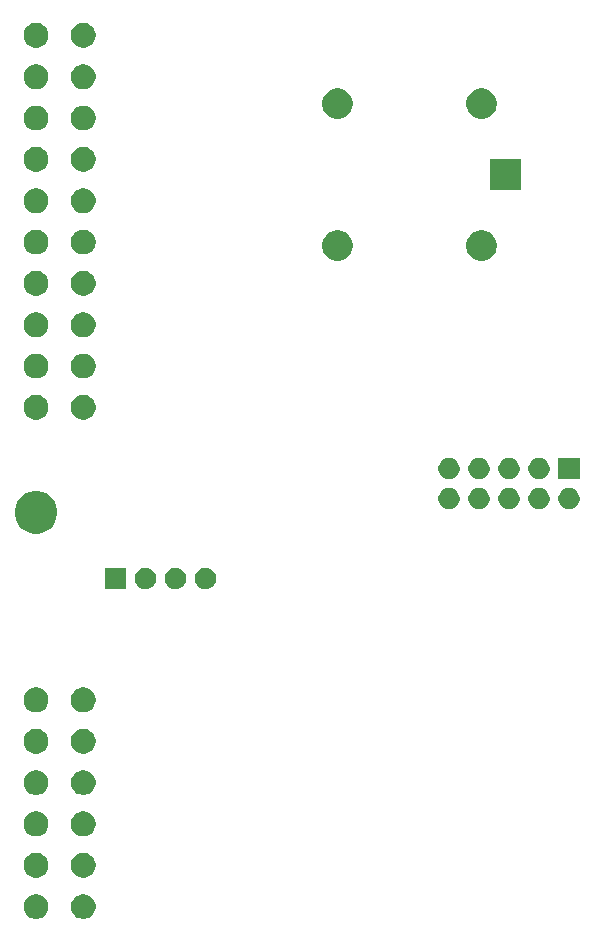
<source format=gbr>
G04 #@! TF.GenerationSoftware,KiCad,Pcbnew,(5.1.5)-3*
G04 #@! TF.CreationDate,2020-05-03T19:08:43+01:00*
G04 #@! TF.ProjectId,Isolator CAN SMT v2,49736f6c-6174-46f7-9220-43414e20534d,rev?*
G04 #@! TF.SameCoordinates,Original*
G04 #@! TF.FileFunction,Soldermask,Bot*
G04 #@! TF.FilePolarity,Negative*
%FSLAX46Y46*%
G04 Gerber Fmt 4.6, Leading zero omitted, Abs format (unit mm)*
G04 Created by KiCad (PCBNEW (5.1.5)-3) date 2020-05-03 19:08:43*
%MOMM*%
%LPD*%
G04 APERTURE LIST*
%ADD10C,0.100000*%
G04 APERTURE END LIST*
D10*
G36*
X112386564Y-132369389D02*
G01*
X112577833Y-132448615D01*
X112577835Y-132448616D01*
X112749973Y-132563635D01*
X112896365Y-132710027D01*
X113011385Y-132882167D01*
X113090611Y-133073436D01*
X113131000Y-133276484D01*
X113131000Y-133483516D01*
X113090611Y-133686564D01*
X113011385Y-133877833D01*
X113011384Y-133877835D01*
X112896365Y-134049973D01*
X112749973Y-134196365D01*
X112577835Y-134311384D01*
X112577834Y-134311385D01*
X112577833Y-134311385D01*
X112386564Y-134390611D01*
X112183516Y-134431000D01*
X111976484Y-134431000D01*
X111773436Y-134390611D01*
X111582167Y-134311385D01*
X111582166Y-134311385D01*
X111582165Y-134311384D01*
X111410027Y-134196365D01*
X111263635Y-134049973D01*
X111148616Y-133877835D01*
X111148615Y-133877833D01*
X111069389Y-133686564D01*
X111029000Y-133483516D01*
X111029000Y-133276484D01*
X111069389Y-133073436D01*
X111148615Y-132882167D01*
X111263635Y-132710027D01*
X111410027Y-132563635D01*
X111582165Y-132448616D01*
X111582167Y-132448615D01*
X111773436Y-132369389D01*
X111976484Y-132329000D01*
X112183516Y-132329000D01*
X112386564Y-132369389D01*
G37*
G36*
X108386564Y-132369389D02*
G01*
X108577833Y-132448615D01*
X108577835Y-132448616D01*
X108749973Y-132563635D01*
X108896365Y-132710027D01*
X109011385Y-132882167D01*
X109090611Y-133073436D01*
X109131000Y-133276484D01*
X109131000Y-133483516D01*
X109090611Y-133686564D01*
X109011385Y-133877833D01*
X109011384Y-133877835D01*
X108896365Y-134049973D01*
X108749973Y-134196365D01*
X108577835Y-134311384D01*
X108577834Y-134311385D01*
X108577833Y-134311385D01*
X108386564Y-134390611D01*
X108183516Y-134431000D01*
X107976484Y-134431000D01*
X107773436Y-134390611D01*
X107582167Y-134311385D01*
X107582166Y-134311385D01*
X107582165Y-134311384D01*
X107410027Y-134196365D01*
X107263635Y-134049973D01*
X107148616Y-133877835D01*
X107148615Y-133877833D01*
X107069389Y-133686564D01*
X107029000Y-133483516D01*
X107029000Y-133276484D01*
X107069389Y-133073436D01*
X107148615Y-132882167D01*
X107263635Y-132710027D01*
X107410027Y-132563635D01*
X107582165Y-132448616D01*
X107582167Y-132448615D01*
X107773436Y-132369389D01*
X107976484Y-132329000D01*
X108183516Y-132329000D01*
X108386564Y-132369389D01*
G37*
G36*
X112386564Y-128869389D02*
G01*
X112577833Y-128948615D01*
X112577835Y-128948616D01*
X112749973Y-129063635D01*
X112896365Y-129210027D01*
X113011385Y-129382167D01*
X113090611Y-129573436D01*
X113131000Y-129776484D01*
X113131000Y-129983516D01*
X113090611Y-130186564D01*
X113011385Y-130377833D01*
X113011384Y-130377835D01*
X112896365Y-130549973D01*
X112749973Y-130696365D01*
X112577835Y-130811384D01*
X112577834Y-130811385D01*
X112577833Y-130811385D01*
X112386564Y-130890611D01*
X112183516Y-130931000D01*
X111976484Y-130931000D01*
X111773436Y-130890611D01*
X111582167Y-130811385D01*
X111582166Y-130811385D01*
X111582165Y-130811384D01*
X111410027Y-130696365D01*
X111263635Y-130549973D01*
X111148616Y-130377835D01*
X111148615Y-130377833D01*
X111069389Y-130186564D01*
X111029000Y-129983516D01*
X111029000Y-129776484D01*
X111069389Y-129573436D01*
X111148615Y-129382167D01*
X111263635Y-129210027D01*
X111410027Y-129063635D01*
X111582165Y-128948616D01*
X111582167Y-128948615D01*
X111773436Y-128869389D01*
X111976484Y-128829000D01*
X112183516Y-128829000D01*
X112386564Y-128869389D01*
G37*
G36*
X108386564Y-128869389D02*
G01*
X108577833Y-128948615D01*
X108577835Y-128948616D01*
X108749973Y-129063635D01*
X108896365Y-129210027D01*
X109011385Y-129382167D01*
X109090611Y-129573436D01*
X109131000Y-129776484D01*
X109131000Y-129983516D01*
X109090611Y-130186564D01*
X109011385Y-130377833D01*
X109011384Y-130377835D01*
X108896365Y-130549973D01*
X108749973Y-130696365D01*
X108577835Y-130811384D01*
X108577834Y-130811385D01*
X108577833Y-130811385D01*
X108386564Y-130890611D01*
X108183516Y-130931000D01*
X107976484Y-130931000D01*
X107773436Y-130890611D01*
X107582167Y-130811385D01*
X107582166Y-130811385D01*
X107582165Y-130811384D01*
X107410027Y-130696365D01*
X107263635Y-130549973D01*
X107148616Y-130377835D01*
X107148615Y-130377833D01*
X107069389Y-130186564D01*
X107029000Y-129983516D01*
X107029000Y-129776484D01*
X107069389Y-129573436D01*
X107148615Y-129382167D01*
X107263635Y-129210027D01*
X107410027Y-129063635D01*
X107582165Y-128948616D01*
X107582167Y-128948615D01*
X107773436Y-128869389D01*
X107976484Y-128829000D01*
X108183516Y-128829000D01*
X108386564Y-128869389D01*
G37*
G36*
X108386564Y-125369389D02*
G01*
X108577833Y-125448615D01*
X108577835Y-125448616D01*
X108749973Y-125563635D01*
X108896365Y-125710027D01*
X109011385Y-125882167D01*
X109090611Y-126073436D01*
X109131000Y-126276484D01*
X109131000Y-126483516D01*
X109090611Y-126686564D01*
X109011385Y-126877833D01*
X109011384Y-126877835D01*
X108896365Y-127049973D01*
X108749973Y-127196365D01*
X108577835Y-127311384D01*
X108577834Y-127311385D01*
X108577833Y-127311385D01*
X108386564Y-127390611D01*
X108183516Y-127431000D01*
X107976484Y-127431000D01*
X107773436Y-127390611D01*
X107582167Y-127311385D01*
X107582166Y-127311385D01*
X107582165Y-127311384D01*
X107410027Y-127196365D01*
X107263635Y-127049973D01*
X107148616Y-126877835D01*
X107148615Y-126877833D01*
X107069389Y-126686564D01*
X107029000Y-126483516D01*
X107029000Y-126276484D01*
X107069389Y-126073436D01*
X107148615Y-125882167D01*
X107263635Y-125710027D01*
X107410027Y-125563635D01*
X107582165Y-125448616D01*
X107582167Y-125448615D01*
X107773436Y-125369389D01*
X107976484Y-125329000D01*
X108183516Y-125329000D01*
X108386564Y-125369389D01*
G37*
G36*
X112386564Y-125369389D02*
G01*
X112577833Y-125448615D01*
X112577835Y-125448616D01*
X112749973Y-125563635D01*
X112896365Y-125710027D01*
X113011385Y-125882167D01*
X113090611Y-126073436D01*
X113131000Y-126276484D01*
X113131000Y-126483516D01*
X113090611Y-126686564D01*
X113011385Y-126877833D01*
X113011384Y-126877835D01*
X112896365Y-127049973D01*
X112749973Y-127196365D01*
X112577835Y-127311384D01*
X112577834Y-127311385D01*
X112577833Y-127311385D01*
X112386564Y-127390611D01*
X112183516Y-127431000D01*
X111976484Y-127431000D01*
X111773436Y-127390611D01*
X111582167Y-127311385D01*
X111582166Y-127311385D01*
X111582165Y-127311384D01*
X111410027Y-127196365D01*
X111263635Y-127049973D01*
X111148616Y-126877835D01*
X111148615Y-126877833D01*
X111069389Y-126686564D01*
X111029000Y-126483516D01*
X111029000Y-126276484D01*
X111069389Y-126073436D01*
X111148615Y-125882167D01*
X111263635Y-125710027D01*
X111410027Y-125563635D01*
X111582165Y-125448616D01*
X111582167Y-125448615D01*
X111773436Y-125369389D01*
X111976484Y-125329000D01*
X112183516Y-125329000D01*
X112386564Y-125369389D01*
G37*
G36*
X108386564Y-121869389D02*
G01*
X108577833Y-121948615D01*
X108577835Y-121948616D01*
X108749973Y-122063635D01*
X108896365Y-122210027D01*
X109011385Y-122382167D01*
X109090611Y-122573436D01*
X109131000Y-122776484D01*
X109131000Y-122983516D01*
X109090611Y-123186564D01*
X109011385Y-123377833D01*
X109011384Y-123377835D01*
X108896365Y-123549973D01*
X108749973Y-123696365D01*
X108577835Y-123811384D01*
X108577834Y-123811385D01*
X108577833Y-123811385D01*
X108386564Y-123890611D01*
X108183516Y-123931000D01*
X107976484Y-123931000D01*
X107773436Y-123890611D01*
X107582167Y-123811385D01*
X107582166Y-123811385D01*
X107582165Y-123811384D01*
X107410027Y-123696365D01*
X107263635Y-123549973D01*
X107148616Y-123377835D01*
X107148615Y-123377833D01*
X107069389Y-123186564D01*
X107029000Y-122983516D01*
X107029000Y-122776484D01*
X107069389Y-122573436D01*
X107148615Y-122382167D01*
X107263635Y-122210027D01*
X107410027Y-122063635D01*
X107582165Y-121948616D01*
X107582167Y-121948615D01*
X107773436Y-121869389D01*
X107976484Y-121829000D01*
X108183516Y-121829000D01*
X108386564Y-121869389D01*
G37*
G36*
X112386564Y-121869389D02*
G01*
X112577833Y-121948615D01*
X112577835Y-121948616D01*
X112749973Y-122063635D01*
X112896365Y-122210027D01*
X113011385Y-122382167D01*
X113090611Y-122573436D01*
X113131000Y-122776484D01*
X113131000Y-122983516D01*
X113090611Y-123186564D01*
X113011385Y-123377833D01*
X113011384Y-123377835D01*
X112896365Y-123549973D01*
X112749973Y-123696365D01*
X112577835Y-123811384D01*
X112577834Y-123811385D01*
X112577833Y-123811385D01*
X112386564Y-123890611D01*
X112183516Y-123931000D01*
X111976484Y-123931000D01*
X111773436Y-123890611D01*
X111582167Y-123811385D01*
X111582166Y-123811385D01*
X111582165Y-123811384D01*
X111410027Y-123696365D01*
X111263635Y-123549973D01*
X111148616Y-123377835D01*
X111148615Y-123377833D01*
X111069389Y-123186564D01*
X111029000Y-122983516D01*
X111029000Y-122776484D01*
X111069389Y-122573436D01*
X111148615Y-122382167D01*
X111263635Y-122210027D01*
X111410027Y-122063635D01*
X111582165Y-121948616D01*
X111582167Y-121948615D01*
X111773436Y-121869389D01*
X111976484Y-121829000D01*
X112183516Y-121829000D01*
X112386564Y-121869389D01*
G37*
G36*
X108386564Y-118369389D02*
G01*
X108577833Y-118448615D01*
X108577835Y-118448616D01*
X108749973Y-118563635D01*
X108896365Y-118710027D01*
X109011385Y-118882167D01*
X109090611Y-119073436D01*
X109131000Y-119276484D01*
X109131000Y-119483516D01*
X109090611Y-119686564D01*
X109011385Y-119877833D01*
X109011384Y-119877835D01*
X108896365Y-120049973D01*
X108749973Y-120196365D01*
X108577835Y-120311384D01*
X108577834Y-120311385D01*
X108577833Y-120311385D01*
X108386564Y-120390611D01*
X108183516Y-120431000D01*
X107976484Y-120431000D01*
X107773436Y-120390611D01*
X107582167Y-120311385D01*
X107582166Y-120311385D01*
X107582165Y-120311384D01*
X107410027Y-120196365D01*
X107263635Y-120049973D01*
X107148616Y-119877835D01*
X107148615Y-119877833D01*
X107069389Y-119686564D01*
X107029000Y-119483516D01*
X107029000Y-119276484D01*
X107069389Y-119073436D01*
X107148615Y-118882167D01*
X107263635Y-118710027D01*
X107410027Y-118563635D01*
X107582165Y-118448616D01*
X107582167Y-118448615D01*
X107773436Y-118369389D01*
X107976484Y-118329000D01*
X108183516Y-118329000D01*
X108386564Y-118369389D01*
G37*
G36*
X112386564Y-118369389D02*
G01*
X112577833Y-118448615D01*
X112577835Y-118448616D01*
X112749973Y-118563635D01*
X112896365Y-118710027D01*
X113011385Y-118882167D01*
X113090611Y-119073436D01*
X113131000Y-119276484D01*
X113131000Y-119483516D01*
X113090611Y-119686564D01*
X113011385Y-119877833D01*
X113011384Y-119877835D01*
X112896365Y-120049973D01*
X112749973Y-120196365D01*
X112577835Y-120311384D01*
X112577834Y-120311385D01*
X112577833Y-120311385D01*
X112386564Y-120390611D01*
X112183516Y-120431000D01*
X111976484Y-120431000D01*
X111773436Y-120390611D01*
X111582167Y-120311385D01*
X111582166Y-120311385D01*
X111582165Y-120311384D01*
X111410027Y-120196365D01*
X111263635Y-120049973D01*
X111148616Y-119877835D01*
X111148615Y-119877833D01*
X111069389Y-119686564D01*
X111029000Y-119483516D01*
X111029000Y-119276484D01*
X111069389Y-119073436D01*
X111148615Y-118882167D01*
X111263635Y-118710027D01*
X111410027Y-118563635D01*
X111582165Y-118448616D01*
X111582167Y-118448615D01*
X111773436Y-118369389D01*
X111976484Y-118329000D01*
X112183516Y-118329000D01*
X112386564Y-118369389D01*
G37*
G36*
X108386564Y-114869389D02*
G01*
X108577833Y-114948615D01*
X108577835Y-114948616D01*
X108749973Y-115063635D01*
X108896365Y-115210027D01*
X109011385Y-115382167D01*
X109090611Y-115573436D01*
X109131000Y-115776484D01*
X109131000Y-115983516D01*
X109090611Y-116186564D01*
X109011385Y-116377833D01*
X109011384Y-116377835D01*
X108896365Y-116549973D01*
X108749973Y-116696365D01*
X108577835Y-116811384D01*
X108577834Y-116811385D01*
X108577833Y-116811385D01*
X108386564Y-116890611D01*
X108183516Y-116931000D01*
X107976484Y-116931000D01*
X107773436Y-116890611D01*
X107582167Y-116811385D01*
X107582166Y-116811385D01*
X107582165Y-116811384D01*
X107410027Y-116696365D01*
X107263635Y-116549973D01*
X107148616Y-116377835D01*
X107148615Y-116377833D01*
X107069389Y-116186564D01*
X107029000Y-115983516D01*
X107029000Y-115776484D01*
X107069389Y-115573436D01*
X107148615Y-115382167D01*
X107263635Y-115210027D01*
X107410027Y-115063635D01*
X107582165Y-114948616D01*
X107582167Y-114948615D01*
X107773436Y-114869389D01*
X107976484Y-114829000D01*
X108183516Y-114829000D01*
X108386564Y-114869389D01*
G37*
G36*
X112386564Y-114869389D02*
G01*
X112577833Y-114948615D01*
X112577835Y-114948616D01*
X112749973Y-115063635D01*
X112896365Y-115210027D01*
X113011385Y-115382167D01*
X113090611Y-115573436D01*
X113131000Y-115776484D01*
X113131000Y-115983516D01*
X113090611Y-116186564D01*
X113011385Y-116377833D01*
X113011384Y-116377835D01*
X112896365Y-116549973D01*
X112749973Y-116696365D01*
X112577835Y-116811384D01*
X112577834Y-116811385D01*
X112577833Y-116811385D01*
X112386564Y-116890611D01*
X112183516Y-116931000D01*
X111976484Y-116931000D01*
X111773436Y-116890611D01*
X111582167Y-116811385D01*
X111582166Y-116811385D01*
X111582165Y-116811384D01*
X111410027Y-116696365D01*
X111263635Y-116549973D01*
X111148616Y-116377835D01*
X111148615Y-116377833D01*
X111069389Y-116186564D01*
X111029000Y-115983516D01*
X111029000Y-115776484D01*
X111069389Y-115573436D01*
X111148615Y-115382167D01*
X111263635Y-115210027D01*
X111410027Y-115063635D01*
X111582165Y-114948616D01*
X111582167Y-114948615D01*
X111773436Y-114869389D01*
X111976484Y-114829000D01*
X112183516Y-114829000D01*
X112386564Y-114869389D01*
G37*
G36*
X119993512Y-104703927D02*
G01*
X120142812Y-104733624D01*
X120306784Y-104801544D01*
X120454354Y-104900147D01*
X120579853Y-105025646D01*
X120678456Y-105173216D01*
X120746376Y-105337188D01*
X120781000Y-105511259D01*
X120781000Y-105688741D01*
X120746376Y-105862812D01*
X120678456Y-106026784D01*
X120579853Y-106174354D01*
X120454354Y-106299853D01*
X120306784Y-106398456D01*
X120142812Y-106466376D01*
X119993512Y-106496073D01*
X119968742Y-106501000D01*
X119791258Y-106501000D01*
X119766488Y-106496073D01*
X119617188Y-106466376D01*
X119453216Y-106398456D01*
X119305646Y-106299853D01*
X119180147Y-106174354D01*
X119081544Y-106026784D01*
X119013624Y-105862812D01*
X118979000Y-105688741D01*
X118979000Y-105511259D01*
X119013624Y-105337188D01*
X119081544Y-105173216D01*
X119180147Y-105025646D01*
X119305646Y-104900147D01*
X119453216Y-104801544D01*
X119617188Y-104733624D01*
X119766488Y-104703927D01*
X119791258Y-104699000D01*
X119968742Y-104699000D01*
X119993512Y-104703927D01*
G37*
G36*
X115701000Y-106501000D02*
G01*
X113899000Y-106501000D01*
X113899000Y-104699000D01*
X115701000Y-104699000D01*
X115701000Y-106501000D01*
G37*
G36*
X117453512Y-104703927D02*
G01*
X117602812Y-104733624D01*
X117766784Y-104801544D01*
X117914354Y-104900147D01*
X118039853Y-105025646D01*
X118138456Y-105173216D01*
X118206376Y-105337188D01*
X118241000Y-105511259D01*
X118241000Y-105688741D01*
X118206376Y-105862812D01*
X118138456Y-106026784D01*
X118039853Y-106174354D01*
X117914354Y-106299853D01*
X117766784Y-106398456D01*
X117602812Y-106466376D01*
X117453512Y-106496073D01*
X117428742Y-106501000D01*
X117251258Y-106501000D01*
X117226488Y-106496073D01*
X117077188Y-106466376D01*
X116913216Y-106398456D01*
X116765646Y-106299853D01*
X116640147Y-106174354D01*
X116541544Y-106026784D01*
X116473624Y-105862812D01*
X116439000Y-105688741D01*
X116439000Y-105511259D01*
X116473624Y-105337188D01*
X116541544Y-105173216D01*
X116640147Y-105025646D01*
X116765646Y-104900147D01*
X116913216Y-104801544D01*
X117077188Y-104733624D01*
X117226488Y-104703927D01*
X117251258Y-104699000D01*
X117428742Y-104699000D01*
X117453512Y-104703927D01*
G37*
G36*
X122533512Y-104703927D02*
G01*
X122682812Y-104733624D01*
X122846784Y-104801544D01*
X122994354Y-104900147D01*
X123119853Y-105025646D01*
X123218456Y-105173216D01*
X123286376Y-105337188D01*
X123321000Y-105511259D01*
X123321000Y-105688741D01*
X123286376Y-105862812D01*
X123218456Y-106026784D01*
X123119853Y-106174354D01*
X122994354Y-106299853D01*
X122846784Y-106398456D01*
X122682812Y-106466376D01*
X122533512Y-106496073D01*
X122508742Y-106501000D01*
X122331258Y-106501000D01*
X122306488Y-106496073D01*
X122157188Y-106466376D01*
X121993216Y-106398456D01*
X121845646Y-106299853D01*
X121720147Y-106174354D01*
X121621544Y-106026784D01*
X121553624Y-105862812D01*
X121519000Y-105688741D01*
X121519000Y-105511259D01*
X121553624Y-105337188D01*
X121621544Y-105173216D01*
X121720147Y-105025646D01*
X121845646Y-104900147D01*
X121993216Y-104801544D01*
X122157188Y-104733624D01*
X122306488Y-104703927D01*
X122331258Y-104699000D01*
X122508742Y-104699000D01*
X122533512Y-104703927D01*
G37*
G36*
X108605331Y-98268211D02*
G01*
X108933092Y-98403974D01*
X109228070Y-98601072D01*
X109478928Y-98851930D01*
X109676026Y-99146908D01*
X109811789Y-99474669D01*
X109881000Y-99822616D01*
X109881000Y-100177384D01*
X109811789Y-100525331D01*
X109676026Y-100853092D01*
X109478928Y-101148070D01*
X109228070Y-101398928D01*
X108933092Y-101596026D01*
X108605331Y-101731789D01*
X108257384Y-101801000D01*
X107902616Y-101801000D01*
X107554669Y-101731789D01*
X107226908Y-101596026D01*
X106931930Y-101398928D01*
X106681072Y-101148070D01*
X106483974Y-100853092D01*
X106348211Y-100525331D01*
X106279000Y-100177384D01*
X106279000Y-99822616D01*
X106348211Y-99474669D01*
X106483974Y-99146908D01*
X106681072Y-98851930D01*
X106931930Y-98601072D01*
X107226908Y-98403974D01*
X107554669Y-98268211D01*
X107902616Y-98199000D01*
X108257384Y-98199000D01*
X108605331Y-98268211D01*
G37*
G36*
X143153512Y-97943927D02*
G01*
X143302812Y-97973624D01*
X143466784Y-98041544D01*
X143614354Y-98140147D01*
X143739853Y-98265646D01*
X143838456Y-98413216D01*
X143906376Y-98577188D01*
X143941000Y-98751259D01*
X143941000Y-98928741D01*
X143906376Y-99102812D01*
X143838456Y-99266784D01*
X143739853Y-99414354D01*
X143614354Y-99539853D01*
X143466784Y-99638456D01*
X143302812Y-99706376D01*
X143153512Y-99736073D01*
X143128742Y-99741000D01*
X142951258Y-99741000D01*
X142926488Y-99736073D01*
X142777188Y-99706376D01*
X142613216Y-99638456D01*
X142465646Y-99539853D01*
X142340147Y-99414354D01*
X142241544Y-99266784D01*
X142173624Y-99102812D01*
X142139000Y-98928741D01*
X142139000Y-98751259D01*
X142173624Y-98577188D01*
X142241544Y-98413216D01*
X142340147Y-98265646D01*
X142465646Y-98140147D01*
X142613216Y-98041544D01*
X142777188Y-97973624D01*
X142926488Y-97943927D01*
X142951258Y-97939000D01*
X143128742Y-97939000D01*
X143153512Y-97943927D01*
G37*
G36*
X145693512Y-97943927D02*
G01*
X145842812Y-97973624D01*
X146006784Y-98041544D01*
X146154354Y-98140147D01*
X146279853Y-98265646D01*
X146378456Y-98413216D01*
X146446376Y-98577188D01*
X146481000Y-98751259D01*
X146481000Y-98928741D01*
X146446376Y-99102812D01*
X146378456Y-99266784D01*
X146279853Y-99414354D01*
X146154354Y-99539853D01*
X146006784Y-99638456D01*
X145842812Y-99706376D01*
X145693512Y-99736073D01*
X145668742Y-99741000D01*
X145491258Y-99741000D01*
X145466488Y-99736073D01*
X145317188Y-99706376D01*
X145153216Y-99638456D01*
X145005646Y-99539853D01*
X144880147Y-99414354D01*
X144781544Y-99266784D01*
X144713624Y-99102812D01*
X144679000Y-98928741D01*
X144679000Y-98751259D01*
X144713624Y-98577188D01*
X144781544Y-98413216D01*
X144880147Y-98265646D01*
X145005646Y-98140147D01*
X145153216Y-98041544D01*
X145317188Y-97973624D01*
X145466488Y-97943927D01*
X145491258Y-97939000D01*
X145668742Y-97939000D01*
X145693512Y-97943927D01*
G37*
G36*
X148233512Y-97943927D02*
G01*
X148382812Y-97973624D01*
X148546784Y-98041544D01*
X148694354Y-98140147D01*
X148819853Y-98265646D01*
X148918456Y-98413216D01*
X148986376Y-98577188D01*
X149021000Y-98751259D01*
X149021000Y-98928741D01*
X148986376Y-99102812D01*
X148918456Y-99266784D01*
X148819853Y-99414354D01*
X148694354Y-99539853D01*
X148546784Y-99638456D01*
X148382812Y-99706376D01*
X148233512Y-99736073D01*
X148208742Y-99741000D01*
X148031258Y-99741000D01*
X148006488Y-99736073D01*
X147857188Y-99706376D01*
X147693216Y-99638456D01*
X147545646Y-99539853D01*
X147420147Y-99414354D01*
X147321544Y-99266784D01*
X147253624Y-99102812D01*
X147219000Y-98928741D01*
X147219000Y-98751259D01*
X147253624Y-98577188D01*
X147321544Y-98413216D01*
X147420147Y-98265646D01*
X147545646Y-98140147D01*
X147693216Y-98041544D01*
X147857188Y-97973624D01*
X148006488Y-97943927D01*
X148031258Y-97939000D01*
X148208742Y-97939000D01*
X148233512Y-97943927D01*
G37*
G36*
X150773512Y-97943927D02*
G01*
X150922812Y-97973624D01*
X151086784Y-98041544D01*
X151234354Y-98140147D01*
X151359853Y-98265646D01*
X151458456Y-98413216D01*
X151526376Y-98577188D01*
X151561000Y-98751259D01*
X151561000Y-98928741D01*
X151526376Y-99102812D01*
X151458456Y-99266784D01*
X151359853Y-99414354D01*
X151234354Y-99539853D01*
X151086784Y-99638456D01*
X150922812Y-99706376D01*
X150773512Y-99736073D01*
X150748742Y-99741000D01*
X150571258Y-99741000D01*
X150546488Y-99736073D01*
X150397188Y-99706376D01*
X150233216Y-99638456D01*
X150085646Y-99539853D01*
X149960147Y-99414354D01*
X149861544Y-99266784D01*
X149793624Y-99102812D01*
X149759000Y-98928741D01*
X149759000Y-98751259D01*
X149793624Y-98577188D01*
X149861544Y-98413216D01*
X149960147Y-98265646D01*
X150085646Y-98140147D01*
X150233216Y-98041544D01*
X150397188Y-97973624D01*
X150546488Y-97943927D01*
X150571258Y-97939000D01*
X150748742Y-97939000D01*
X150773512Y-97943927D01*
G37*
G36*
X153313512Y-97943927D02*
G01*
X153462812Y-97973624D01*
X153626784Y-98041544D01*
X153774354Y-98140147D01*
X153899853Y-98265646D01*
X153998456Y-98413216D01*
X154066376Y-98577188D01*
X154101000Y-98751259D01*
X154101000Y-98928741D01*
X154066376Y-99102812D01*
X153998456Y-99266784D01*
X153899853Y-99414354D01*
X153774354Y-99539853D01*
X153626784Y-99638456D01*
X153462812Y-99706376D01*
X153313512Y-99736073D01*
X153288742Y-99741000D01*
X153111258Y-99741000D01*
X153086488Y-99736073D01*
X152937188Y-99706376D01*
X152773216Y-99638456D01*
X152625646Y-99539853D01*
X152500147Y-99414354D01*
X152401544Y-99266784D01*
X152333624Y-99102812D01*
X152299000Y-98928741D01*
X152299000Y-98751259D01*
X152333624Y-98577188D01*
X152401544Y-98413216D01*
X152500147Y-98265646D01*
X152625646Y-98140147D01*
X152773216Y-98041544D01*
X152937188Y-97973624D01*
X153086488Y-97943927D01*
X153111258Y-97939000D01*
X153288742Y-97939000D01*
X153313512Y-97943927D01*
G37*
G36*
X150773512Y-95403927D02*
G01*
X150922812Y-95433624D01*
X151086784Y-95501544D01*
X151234354Y-95600147D01*
X151359853Y-95725646D01*
X151458456Y-95873216D01*
X151526376Y-96037188D01*
X151561000Y-96211259D01*
X151561000Y-96388741D01*
X151526376Y-96562812D01*
X151458456Y-96726784D01*
X151359853Y-96874354D01*
X151234354Y-96999853D01*
X151086784Y-97098456D01*
X150922812Y-97166376D01*
X150773512Y-97196073D01*
X150748742Y-97201000D01*
X150571258Y-97201000D01*
X150546488Y-97196073D01*
X150397188Y-97166376D01*
X150233216Y-97098456D01*
X150085646Y-96999853D01*
X149960147Y-96874354D01*
X149861544Y-96726784D01*
X149793624Y-96562812D01*
X149759000Y-96388741D01*
X149759000Y-96211259D01*
X149793624Y-96037188D01*
X149861544Y-95873216D01*
X149960147Y-95725646D01*
X150085646Y-95600147D01*
X150233216Y-95501544D01*
X150397188Y-95433624D01*
X150546488Y-95403927D01*
X150571258Y-95399000D01*
X150748742Y-95399000D01*
X150773512Y-95403927D01*
G37*
G36*
X148233512Y-95403927D02*
G01*
X148382812Y-95433624D01*
X148546784Y-95501544D01*
X148694354Y-95600147D01*
X148819853Y-95725646D01*
X148918456Y-95873216D01*
X148986376Y-96037188D01*
X149021000Y-96211259D01*
X149021000Y-96388741D01*
X148986376Y-96562812D01*
X148918456Y-96726784D01*
X148819853Y-96874354D01*
X148694354Y-96999853D01*
X148546784Y-97098456D01*
X148382812Y-97166376D01*
X148233512Y-97196073D01*
X148208742Y-97201000D01*
X148031258Y-97201000D01*
X148006488Y-97196073D01*
X147857188Y-97166376D01*
X147693216Y-97098456D01*
X147545646Y-96999853D01*
X147420147Y-96874354D01*
X147321544Y-96726784D01*
X147253624Y-96562812D01*
X147219000Y-96388741D01*
X147219000Y-96211259D01*
X147253624Y-96037188D01*
X147321544Y-95873216D01*
X147420147Y-95725646D01*
X147545646Y-95600147D01*
X147693216Y-95501544D01*
X147857188Y-95433624D01*
X148006488Y-95403927D01*
X148031258Y-95399000D01*
X148208742Y-95399000D01*
X148233512Y-95403927D01*
G37*
G36*
X143153512Y-95403927D02*
G01*
X143302812Y-95433624D01*
X143466784Y-95501544D01*
X143614354Y-95600147D01*
X143739853Y-95725646D01*
X143838456Y-95873216D01*
X143906376Y-96037188D01*
X143941000Y-96211259D01*
X143941000Y-96388741D01*
X143906376Y-96562812D01*
X143838456Y-96726784D01*
X143739853Y-96874354D01*
X143614354Y-96999853D01*
X143466784Y-97098456D01*
X143302812Y-97166376D01*
X143153512Y-97196073D01*
X143128742Y-97201000D01*
X142951258Y-97201000D01*
X142926488Y-97196073D01*
X142777188Y-97166376D01*
X142613216Y-97098456D01*
X142465646Y-96999853D01*
X142340147Y-96874354D01*
X142241544Y-96726784D01*
X142173624Y-96562812D01*
X142139000Y-96388741D01*
X142139000Y-96211259D01*
X142173624Y-96037188D01*
X142241544Y-95873216D01*
X142340147Y-95725646D01*
X142465646Y-95600147D01*
X142613216Y-95501544D01*
X142777188Y-95433624D01*
X142926488Y-95403927D01*
X142951258Y-95399000D01*
X143128742Y-95399000D01*
X143153512Y-95403927D01*
G37*
G36*
X154101000Y-97201000D02*
G01*
X152299000Y-97201000D01*
X152299000Y-95399000D01*
X154101000Y-95399000D01*
X154101000Y-97201000D01*
G37*
G36*
X145693512Y-95403927D02*
G01*
X145842812Y-95433624D01*
X146006784Y-95501544D01*
X146154354Y-95600147D01*
X146279853Y-95725646D01*
X146378456Y-95873216D01*
X146446376Y-96037188D01*
X146481000Y-96211259D01*
X146481000Y-96388741D01*
X146446376Y-96562812D01*
X146378456Y-96726784D01*
X146279853Y-96874354D01*
X146154354Y-96999853D01*
X146006784Y-97098456D01*
X145842812Y-97166376D01*
X145693512Y-97196073D01*
X145668742Y-97201000D01*
X145491258Y-97201000D01*
X145466488Y-97196073D01*
X145317188Y-97166376D01*
X145153216Y-97098456D01*
X145005646Y-96999853D01*
X144880147Y-96874354D01*
X144781544Y-96726784D01*
X144713624Y-96562812D01*
X144679000Y-96388741D01*
X144679000Y-96211259D01*
X144713624Y-96037188D01*
X144781544Y-95873216D01*
X144880147Y-95725646D01*
X145005646Y-95600147D01*
X145153216Y-95501544D01*
X145317188Y-95433624D01*
X145466488Y-95403927D01*
X145491258Y-95399000D01*
X145668742Y-95399000D01*
X145693512Y-95403927D01*
G37*
G36*
X108386564Y-90099389D02*
G01*
X108577833Y-90178615D01*
X108577835Y-90178616D01*
X108749973Y-90293635D01*
X108896365Y-90440027D01*
X109011385Y-90612167D01*
X109090611Y-90803436D01*
X109131000Y-91006484D01*
X109131000Y-91213516D01*
X109090611Y-91416564D01*
X109011385Y-91607833D01*
X109011384Y-91607835D01*
X108896365Y-91779973D01*
X108749973Y-91926365D01*
X108577835Y-92041384D01*
X108577834Y-92041385D01*
X108577833Y-92041385D01*
X108386564Y-92120611D01*
X108183516Y-92161000D01*
X107976484Y-92161000D01*
X107773436Y-92120611D01*
X107582167Y-92041385D01*
X107582166Y-92041385D01*
X107582165Y-92041384D01*
X107410027Y-91926365D01*
X107263635Y-91779973D01*
X107148616Y-91607835D01*
X107148615Y-91607833D01*
X107069389Y-91416564D01*
X107029000Y-91213516D01*
X107029000Y-91006484D01*
X107069389Y-90803436D01*
X107148615Y-90612167D01*
X107263635Y-90440027D01*
X107410027Y-90293635D01*
X107582165Y-90178616D01*
X107582167Y-90178615D01*
X107773436Y-90099389D01*
X107976484Y-90059000D01*
X108183516Y-90059000D01*
X108386564Y-90099389D01*
G37*
G36*
X112386564Y-90099389D02*
G01*
X112577833Y-90178615D01*
X112577835Y-90178616D01*
X112749973Y-90293635D01*
X112896365Y-90440027D01*
X113011385Y-90612167D01*
X113090611Y-90803436D01*
X113131000Y-91006484D01*
X113131000Y-91213516D01*
X113090611Y-91416564D01*
X113011385Y-91607833D01*
X113011384Y-91607835D01*
X112896365Y-91779973D01*
X112749973Y-91926365D01*
X112577835Y-92041384D01*
X112577834Y-92041385D01*
X112577833Y-92041385D01*
X112386564Y-92120611D01*
X112183516Y-92161000D01*
X111976484Y-92161000D01*
X111773436Y-92120611D01*
X111582167Y-92041385D01*
X111582166Y-92041385D01*
X111582165Y-92041384D01*
X111410027Y-91926365D01*
X111263635Y-91779973D01*
X111148616Y-91607835D01*
X111148615Y-91607833D01*
X111069389Y-91416564D01*
X111029000Y-91213516D01*
X111029000Y-91006484D01*
X111069389Y-90803436D01*
X111148615Y-90612167D01*
X111263635Y-90440027D01*
X111410027Y-90293635D01*
X111582165Y-90178616D01*
X111582167Y-90178615D01*
X111773436Y-90099389D01*
X111976484Y-90059000D01*
X112183516Y-90059000D01*
X112386564Y-90099389D01*
G37*
G36*
X112386564Y-86599389D02*
G01*
X112577833Y-86678615D01*
X112577835Y-86678616D01*
X112749973Y-86793635D01*
X112896365Y-86940027D01*
X113011385Y-87112167D01*
X113090611Y-87303436D01*
X113131000Y-87506484D01*
X113131000Y-87713516D01*
X113090611Y-87916564D01*
X113011385Y-88107833D01*
X113011384Y-88107835D01*
X112896365Y-88279973D01*
X112749973Y-88426365D01*
X112577835Y-88541384D01*
X112577834Y-88541385D01*
X112577833Y-88541385D01*
X112386564Y-88620611D01*
X112183516Y-88661000D01*
X111976484Y-88661000D01*
X111773436Y-88620611D01*
X111582167Y-88541385D01*
X111582166Y-88541385D01*
X111582165Y-88541384D01*
X111410027Y-88426365D01*
X111263635Y-88279973D01*
X111148616Y-88107835D01*
X111148615Y-88107833D01*
X111069389Y-87916564D01*
X111029000Y-87713516D01*
X111029000Y-87506484D01*
X111069389Y-87303436D01*
X111148615Y-87112167D01*
X111263635Y-86940027D01*
X111410027Y-86793635D01*
X111582165Y-86678616D01*
X111582167Y-86678615D01*
X111773436Y-86599389D01*
X111976484Y-86559000D01*
X112183516Y-86559000D01*
X112386564Y-86599389D01*
G37*
G36*
X108386564Y-86599389D02*
G01*
X108577833Y-86678615D01*
X108577835Y-86678616D01*
X108749973Y-86793635D01*
X108896365Y-86940027D01*
X109011385Y-87112167D01*
X109090611Y-87303436D01*
X109131000Y-87506484D01*
X109131000Y-87713516D01*
X109090611Y-87916564D01*
X109011385Y-88107833D01*
X109011384Y-88107835D01*
X108896365Y-88279973D01*
X108749973Y-88426365D01*
X108577835Y-88541384D01*
X108577834Y-88541385D01*
X108577833Y-88541385D01*
X108386564Y-88620611D01*
X108183516Y-88661000D01*
X107976484Y-88661000D01*
X107773436Y-88620611D01*
X107582167Y-88541385D01*
X107582166Y-88541385D01*
X107582165Y-88541384D01*
X107410027Y-88426365D01*
X107263635Y-88279973D01*
X107148616Y-88107835D01*
X107148615Y-88107833D01*
X107069389Y-87916564D01*
X107029000Y-87713516D01*
X107029000Y-87506484D01*
X107069389Y-87303436D01*
X107148615Y-87112167D01*
X107263635Y-86940027D01*
X107410027Y-86793635D01*
X107582165Y-86678616D01*
X107582167Y-86678615D01*
X107773436Y-86599389D01*
X107976484Y-86559000D01*
X108183516Y-86559000D01*
X108386564Y-86599389D01*
G37*
G36*
X112386564Y-83099389D02*
G01*
X112577833Y-83178615D01*
X112577835Y-83178616D01*
X112749973Y-83293635D01*
X112896365Y-83440027D01*
X113011385Y-83612167D01*
X113090611Y-83803436D01*
X113131000Y-84006484D01*
X113131000Y-84213516D01*
X113090611Y-84416564D01*
X113011385Y-84607833D01*
X113011384Y-84607835D01*
X112896365Y-84779973D01*
X112749973Y-84926365D01*
X112577835Y-85041384D01*
X112577834Y-85041385D01*
X112577833Y-85041385D01*
X112386564Y-85120611D01*
X112183516Y-85161000D01*
X111976484Y-85161000D01*
X111773436Y-85120611D01*
X111582167Y-85041385D01*
X111582166Y-85041385D01*
X111582165Y-85041384D01*
X111410027Y-84926365D01*
X111263635Y-84779973D01*
X111148616Y-84607835D01*
X111148615Y-84607833D01*
X111069389Y-84416564D01*
X111029000Y-84213516D01*
X111029000Y-84006484D01*
X111069389Y-83803436D01*
X111148615Y-83612167D01*
X111263635Y-83440027D01*
X111410027Y-83293635D01*
X111582165Y-83178616D01*
X111582167Y-83178615D01*
X111773436Y-83099389D01*
X111976484Y-83059000D01*
X112183516Y-83059000D01*
X112386564Y-83099389D01*
G37*
G36*
X108386564Y-83099389D02*
G01*
X108577833Y-83178615D01*
X108577835Y-83178616D01*
X108749973Y-83293635D01*
X108896365Y-83440027D01*
X109011385Y-83612167D01*
X109090611Y-83803436D01*
X109131000Y-84006484D01*
X109131000Y-84213516D01*
X109090611Y-84416564D01*
X109011385Y-84607833D01*
X109011384Y-84607835D01*
X108896365Y-84779973D01*
X108749973Y-84926365D01*
X108577835Y-85041384D01*
X108577834Y-85041385D01*
X108577833Y-85041385D01*
X108386564Y-85120611D01*
X108183516Y-85161000D01*
X107976484Y-85161000D01*
X107773436Y-85120611D01*
X107582167Y-85041385D01*
X107582166Y-85041385D01*
X107582165Y-85041384D01*
X107410027Y-84926365D01*
X107263635Y-84779973D01*
X107148616Y-84607835D01*
X107148615Y-84607833D01*
X107069389Y-84416564D01*
X107029000Y-84213516D01*
X107029000Y-84006484D01*
X107069389Y-83803436D01*
X107148615Y-83612167D01*
X107263635Y-83440027D01*
X107410027Y-83293635D01*
X107582165Y-83178616D01*
X107582167Y-83178615D01*
X107773436Y-83099389D01*
X107976484Y-83059000D01*
X108183516Y-83059000D01*
X108386564Y-83099389D01*
G37*
G36*
X112386564Y-79599389D02*
G01*
X112577833Y-79678615D01*
X112577835Y-79678616D01*
X112749973Y-79793635D01*
X112896365Y-79940027D01*
X113011385Y-80112167D01*
X113090611Y-80303436D01*
X113131000Y-80506484D01*
X113131000Y-80713516D01*
X113090611Y-80916564D01*
X113011385Y-81107833D01*
X113011384Y-81107835D01*
X112896365Y-81279973D01*
X112749973Y-81426365D01*
X112577835Y-81541384D01*
X112577834Y-81541385D01*
X112577833Y-81541385D01*
X112386564Y-81620611D01*
X112183516Y-81661000D01*
X111976484Y-81661000D01*
X111773436Y-81620611D01*
X111582167Y-81541385D01*
X111582166Y-81541385D01*
X111582165Y-81541384D01*
X111410027Y-81426365D01*
X111263635Y-81279973D01*
X111148616Y-81107835D01*
X111148615Y-81107833D01*
X111069389Y-80916564D01*
X111029000Y-80713516D01*
X111029000Y-80506484D01*
X111069389Y-80303436D01*
X111148615Y-80112167D01*
X111263635Y-79940027D01*
X111410027Y-79793635D01*
X111582165Y-79678616D01*
X111582167Y-79678615D01*
X111773436Y-79599389D01*
X111976484Y-79559000D01*
X112183516Y-79559000D01*
X112386564Y-79599389D01*
G37*
G36*
X108386564Y-79599389D02*
G01*
X108577833Y-79678615D01*
X108577835Y-79678616D01*
X108749973Y-79793635D01*
X108896365Y-79940027D01*
X109011385Y-80112167D01*
X109090611Y-80303436D01*
X109131000Y-80506484D01*
X109131000Y-80713516D01*
X109090611Y-80916564D01*
X109011385Y-81107833D01*
X109011384Y-81107835D01*
X108896365Y-81279973D01*
X108749973Y-81426365D01*
X108577835Y-81541384D01*
X108577834Y-81541385D01*
X108577833Y-81541385D01*
X108386564Y-81620611D01*
X108183516Y-81661000D01*
X107976484Y-81661000D01*
X107773436Y-81620611D01*
X107582167Y-81541385D01*
X107582166Y-81541385D01*
X107582165Y-81541384D01*
X107410027Y-81426365D01*
X107263635Y-81279973D01*
X107148616Y-81107835D01*
X107148615Y-81107833D01*
X107069389Y-80916564D01*
X107029000Y-80713516D01*
X107029000Y-80506484D01*
X107069389Y-80303436D01*
X107148615Y-80112167D01*
X107263635Y-79940027D01*
X107410027Y-79793635D01*
X107582165Y-79678616D01*
X107582167Y-79678615D01*
X107773436Y-79599389D01*
X107976484Y-79559000D01*
X108183516Y-79559000D01*
X108386564Y-79599389D01*
G37*
G36*
X133979487Y-76148996D02*
G01*
X134216253Y-76247068D01*
X134216255Y-76247069D01*
X134285946Y-76293635D01*
X134429339Y-76389447D01*
X134610553Y-76570661D01*
X134752932Y-76783747D01*
X134851004Y-77020513D01*
X134901000Y-77271861D01*
X134901000Y-77528139D01*
X134851004Y-77779487D01*
X134790165Y-77926365D01*
X134752931Y-78016255D01*
X134610553Y-78229339D01*
X134429339Y-78410553D01*
X134216255Y-78552931D01*
X134216254Y-78552932D01*
X134216253Y-78552932D01*
X133979487Y-78651004D01*
X133728139Y-78701000D01*
X133471861Y-78701000D01*
X133220513Y-78651004D01*
X132983747Y-78552932D01*
X132983746Y-78552932D01*
X132983745Y-78552931D01*
X132770661Y-78410553D01*
X132589447Y-78229339D01*
X132447069Y-78016255D01*
X132409835Y-77926365D01*
X132348996Y-77779487D01*
X132299000Y-77528139D01*
X132299000Y-77271861D01*
X132348996Y-77020513D01*
X132447068Y-76783747D01*
X132589447Y-76570661D01*
X132770661Y-76389447D01*
X132914054Y-76293635D01*
X132983745Y-76247069D01*
X132983747Y-76247068D01*
X133220513Y-76148996D01*
X133471861Y-76099000D01*
X133728139Y-76099000D01*
X133979487Y-76148996D01*
G37*
G36*
X146179487Y-76148996D02*
G01*
X146416253Y-76247068D01*
X146416255Y-76247069D01*
X146485946Y-76293635D01*
X146629339Y-76389447D01*
X146810553Y-76570661D01*
X146952932Y-76783747D01*
X147051004Y-77020513D01*
X147101000Y-77271861D01*
X147101000Y-77528139D01*
X147051004Y-77779487D01*
X146990165Y-77926365D01*
X146952931Y-78016255D01*
X146810553Y-78229339D01*
X146629339Y-78410553D01*
X146416255Y-78552931D01*
X146416254Y-78552932D01*
X146416253Y-78552932D01*
X146179487Y-78651004D01*
X145928139Y-78701000D01*
X145671861Y-78701000D01*
X145420513Y-78651004D01*
X145183747Y-78552932D01*
X145183746Y-78552932D01*
X145183745Y-78552931D01*
X144970661Y-78410553D01*
X144789447Y-78229339D01*
X144647069Y-78016255D01*
X144609835Y-77926365D01*
X144548996Y-77779487D01*
X144499000Y-77528139D01*
X144499000Y-77271861D01*
X144548996Y-77020513D01*
X144647068Y-76783747D01*
X144789447Y-76570661D01*
X144970661Y-76389447D01*
X145114054Y-76293635D01*
X145183745Y-76247069D01*
X145183747Y-76247068D01*
X145420513Y-76148996D01*
X145671861Y-76099000D01*
X145928139Y-76099000D01*
X146179487Y-76148996D01*
G37*
G36*
X108386564Y-76099389D02*
G01*
X108577833Y-76178615D01*
X108577835Y-76178616D01*
X108680282Y-76247069D01*
X108749973Y-76293635D01*
X108896365Y-76440027D01*
X109011385Y-76612167D01*
X109090611Y-76803436D01*
X109131000Y-77006484D01*
X109131000Y-77213516D01*
X109090611Y-77416564D01*
X109044396Y-77528137D01*
X109011384Y-77607835D01*
X108896365Y-77779973D01*
X108749973Y-77926365D01*
X108577835Y-78041384D01*
X108577834Y-78041385D01*
X108577833Y-78041385D01*
X108386564Y-78120611D01*
X108183516Y-78161000D01*
X107976484Y-78161000D01*
X107773436Y-78120611D01*
X107582167Y-78041385D01*
X107582166Y-78041385D01*
X107582165Y-78041384D01*
X107410027Y-77926365D01*
X107263635Y-77779973D01*
X107148616Y-77607835D01*
X107115604Y-77528137D01*
X107069389Y-77416564D01*
X107029000Y-77213516D01*
X107029000Y-77006484D01*
X107069389Y-76803436D01*
X107148615Y-76612167D01*
X107263635Y-76440027D01*
X107410027Y-76293635D01*
X107479718Y-76247069D01*
X107582165Y-76178616D01*
X107582167Y-76178615D01*
X107773436Y-76099389D01*
X107976484Y-76059000D01*
X108183516Y-76059000D01*
X108386564Y-76099389D01*
G37*
G36*
X112386564Y-76099389D02*
G01*
X112577833Y-76178615D01*
X112577835Y-76178616D01*
X112680282Y-76247069D01*
X112749973Y-76293635D01*
X112896365Y-76440027D01*
X113011385Y-76612167D01*
X113090611Y-76803436D01*
X113131000Y-77006484D01*
X113131000Y-77213516D01*
X113090611Y-77416564D01*
X113044396Y-77528137D01*
X113011384Y-77607835D01*
X112896365Y-77779973D01*
X112749973Y-77926365D01*
X112577835Y-78041384D01*
X112577834Y-78041385D01*
X112577833Y-78041385D01*
X112386564Y-78120611D01*
X112183516Y-78161000D01*
X111976484Y-78161000D01*
X111773436Y-78120611D01*
X111582167Y-78041385D01*
X111582166Y-78041385D01*
X111582165Y-78041384D01*
X111410027Y-77926365D01*
X111263635Y-77779973D01*
X111148616Y-77607835D01*
X111115604Y-77528137D01*
X111069389Y-77416564D01*
X111029000Y-77213516D01*
X111029000Y-77006484D01*
X111069389Y-76803436D01*
X111148615Y-76612167D01*
X111263635Y-76440027D01*
X111410027Y-76293635D01*
X111479718Y-76247069D01*
X111582165Y-76178616D01*
X111582167Y-76178615D01*
X111773436Y-76099389D01*
X111976484Y-76059000D01*
X112183516Y-76059000D01*
X112386564Y-76099389D01*
G37*
G36*
X108386564Y-72599389D02*
G01*
X108577833Y-72678615D01*
X108577835Y-72678616D01*
X108611335Y-72701000D01*
X108749973Y-72793635D01*
X108896365Y-72940027D01*
X109011385Y-73112167D01*
X109090611Y-73303436D01*
X109131000Y-73506484D01*
X109131000Y-73713516D01*
X109090611Y-73916564D01*
X109011385Y-74107833D01*
X109011384Y-74107835D01*
X108896365Y-74279973D01*
X108749973Y-74426365D01*
X108577835Y-74541384D01*
X108577834Y-74541385D01*
X108577833Y-74541385D01*
X108386564Y-74620611D01*
X108183516Y-74661000D01*
X107976484Y-74661000D01*
X107773436Y-74620611D01*
X107582167Y-74541385D01*
X107582166Y-74541385D01*
X107582165Y-74541384D01*
X107410027Y-74426365D01*
X107263635Y-74279973D01*
X107148616Y-74107835D01*
X107148615Y-74107833D01*
X107069389Y-73916564D01*
X107029000Y-73713516D01*
X107029000Y-73506484D01*
X107069389Y-73303436D01*
X107148615Y-73112167D01*
X107263635Y-72940027D01*
X107410027Y-72793635D01*
X107548665Y-72701000D01*
X107582165Y-72678616D01*
X107582167Y-72678615D01*
X107773436Y-72599389D01*
X107976484Y-72559000D01*
X108183516Y-72559000D01*
X108386564Y-72599389D01*
G37*
G36*
X112386564Y-72599389D02*
G01*
X112577833Y-72678615D01*
X112577835Y-72678616D01*
X112611335Y-72701000D01*
X112749973Y-72793635D01*
X112896365Y-72940027D01*
X113011385Y-73112167D01*
X113090611Y-73303436D01*
X113131000Y-73506484D01*
X113131000Y-73713516D01*
X113090611Y-73916564D01*
X113011385Y-74107833D01*
X113011384Y-74107835D01*
X112896365Y-74279973D01*
X112749973Y-74426365D01*
X112577835Y-74541384D01*
X112577834Y-74541385D01*
X112577833Y-74541385D01*
X112386564Y-74620611D01*
X112183516Y-74661000D01*
X111976484Y-74661000D01*
X111773436Y-74620611D01*
X111582167Y-74541385D01*
X111582166Y-74541385D01*
X111582165Y-74541384D01*
X111410027Y-74426365D01*
X111263635Y-74279973D01*
X111148616Y-74107835D01*
X111148615Y-74107833D01*
X111069389Y-73916564D01*
X111029000Y-73713516D01*
X111029000Y-73506484D01*
X111069389Y-73303436D01*
X111148615Y-73112167D01*
X111263635Y-72940027D01*
X111410027Y-72793635D01*
X111548665Y-72701000D01*
X111582165Y-72678616D01*
X111582167Y-72678615D01*
X111773436Y-72599389D01*
X111976484Y-72559000D01*
X112183516Y-72559000D01*
X112386564Y-72599389D01*
G37*
G36*
X149101000Y-72701000D02*
G01*
X146499000Y-72701000D01*
X146499000Y-70099000D01*
X149101000Y-70099000D01*
X149101000Y-72701000D01*
G37*
G36*
X108386564Y-69099389D02*
G01*
X108577833Y-69178615D01*
X108577835Y-69178616D01*
X108749973Y-69293635D01*
X108896365Y-69440027D01*
X109011385Y-69612167D01*
X109090611Y-69803436D01*
X109131000Y-70006484D01*
X109131000Y-70213516D01*
X109090611Y-70416564D01*
X109011385Y-70607833D01*
X109011384Y-70607835D01*
X108896365Y-70779973D01*
X108749973Y-70926365D01*
X108577835Y-71041384D01*
X108577834Y-71041385D01*
X108577833Y-71041385D01*
X108386564Y-71120611D01*
X108183516Y-71161000D01*
X107976484Y-71161000D01*
X107773436Y-71120611D01*
X107582167Y-71041385D01*
X107582166Y-71041385D01*
X107582165Y-71041384D01*
X107410027Y-70926365D01*
X107263635Y-70779973D01*
X107148616Y-70607835D01*
X107148615Y-70607833D01*
X107069389Y-70416564D01*
X107029000Y-70213516D01*
X107029000Y-70006484D01*
X107069389Y-69803436D01*
X107148615Y-69612167D01*
X107263635Y-69440027D01*
X107410027Y-69293635D01*
X107582165Y-69178616D01*
X107582167Y-69178615D01*
X107773436Y-69099389D01*
X107976484Y-69059000D01*
X108183516Y-69059000D01*
X108386564Y-69099389D01*
G37*
G36*
X112386564Y-69099389D02*
G01*
X112577833Y-69178615D01*
X112577835Y-69178616D01*
X112749973Y-69293635D01*
X112896365Y-69440027D01*
X113011385Y-69612167D01*
X113090611Y-69803436D01*
X113131000Y-70006484D01*
X113131000Y-70213516D01*
X113090611Y-70416564D01*
X113011385Y-70607833D01*
X113011384Y-70607835D01*
X112896365Y-70779973D01*
X112749973Y-70926365D01*
X112577835Y-71041384D01*
X112577834Y-71041385D01*
X112577833Y-71041385D01*
X112386564Y-71120611D01*
X112183516Y-71161000D01*
X111976484Y-71161000D01*
X111773436Y-71120611D01*
X111582167Y-71041385D01*
X111582166Y-71041385D01*
X111582165Y-71041384D01*
X111410027Y-70926365D01*
X111263635Y-70779973D01*
X111148616Y-70607835D01*
X111148615Y-70607833D01*
X111069389Y-70416564D01*
X111029000Y-70213516D01*
X111029000Y-70006484D01*
X111069389Y-69803436D01*
X111148615Y-69612167D01*
X111263635Y-69440027D01*
X111410027Y-69293635D01*
X111582165Y-69178616D01*
X111582167Y-69178615D01*
X111773436Y-69099389D01*
X111976484Y-69059000D01*
X112183516Y-69059000D01*
X112386564Y-69099389D01*
G37*
G36*
X108386564Y-65599389D02*
G01*
X108577833Y-65678615D01*
X108577835Y-65678616D01*
X108749973Y-65793635D01*
X108896365Y-65940027D01*
X108947298Y-66016253D01*
X109011385Y-66112167D01*
X109090611Y-66303436D01*
X109131000Y-66506484D01*
X109131000Y-66713516D01*
X109090611Y-66916564D01*
X109011385Y-67107833D01*
X109011384Y-67107835D01*
X108896365Y-67279973D01*
X108749973Y-67426365D01*
X108577835Y-67541384D01*
X108577834Y-67541385D01*
X108577833Y-67541385D01*
X108386564Y-67620611D01*
X108183516Y-67661000D01*
X107976484Y-67661000D01*
X107773436Y-67620611D01*
X107582167Y-67541385D01*
X107582166Y-67541385D01*
X107582165Y-67541384D01*
X107410027Y-67426365D01*
X107263635Y-67279973D01*
X107148616Y-67107835D01*
X107148615Y-67107833D01*
X107069389Y-66916564D01*
X107029000Y-66713516D01*
X107029000Y-66506484D01*
X107069389Y-66303436D01*
X107148615Y-66112167D01*
X107212703Y-66016253D01*
X107263635Y-65940027D01*
X107410027Y-65793635D01*
X107582165Y-65678616D01*
X107582167Y-65678615D01*
X107773436Y-65599389D01*
X107976484Y-65559000D01*
X108183516Y-65559000D01*
X108386564Y-65599389D01*
G37*
G36*
X112386564Y-65599389D02*
G01*
X112577833Y-65678615D01*
X112577835Y-65678616D01*
X112749973Y-65793635D01*
X112896365Y-65940027D01*
X112947298Y-66016253D01*
X113011385Y-66112167D01*
X113090611Y-66303436D01*
X113131000Y-66506484D01*
X113131000Y-66713516D01*
X113090611Y-66916564D01*
X113011385Y-67107833D01*
X113011384Y-67107835D01*
X112896365Y-67279973D01*
X112749973Y-67426365D01*
X112577835Y-67541384D01*
X112577834Y-67541385D01*
X112577833Y-67541385D01*
X112386564Y-67620611D01*
X112183516Y-67661000D01*
X111976484Y-67661000D01*
X111773436Y-67620611D01*
X111582167Y-67541385D01*
X111582166Y-67541385D01*
X111582165Y-67541384D01*
X111410027Y-67426365D01*
X111263635Y-67279973D01*
X111148616Y-67107835D01*
X111148615Y-67107833D01*
X111069389Y-66916564D01*
X111029000Y-66713516D01*
X111029000Y-66506484D01*
X111069389Y-66303436D01*
X111148615Y-66112167D01*
X111212703Y-66016253D01*
X111263635Y-65940027D01*
X111410027Y-65793635D01*
X111582165Y-65678616D01*
X111582167Y-65678615D01*
X111773436Y-65599389D01*
X111976484Y-65559000D01*
X112183516Y-65559000D01*
X112386564Y-65599389D01*
G37*
G36*
X146179487Y-64148996D02*
G01*
X146416253Y-64247068D01*
X146416255Y-64247069D01*
X146629339Y-64389447D01*
X146810553Y-64570661D01*
X146952932Y-64783747D01*
X147051004Y-65020513D01*
X147101000Y-65271861D01*
X147101000Y-65528139D01*
X147051004Y-65779487D01*
X146984506Y-65940027D01*
X146952931Y-66016255D01*
X146810553Y-66229339D01*
X146629339Y-66410553D01*
X146416255Y-66552931D01*
X146416254Y-66552932D01*
X146416253Y-66552932D01*
X146179487Y-66651004D01*
X145928139Y-66701000D01*
X145671861Y-66701000D01*
X145420513Y-66651004D01*
X145183747Y-66552932D01*
X145183746Y-66552932D01*
X145183745Y-66552931D01*
X144970661Y-66410553D01*
X144789447Y-66229339D01*
X144647069Y-66016255D01*
X144615494Y-65940027D01*
X144548996Y-65779487D01*
X144499000Y-65528139D01*
X144499000Y-65271861D01*
X144548996Y-65020513D01*
X144647068Y-64783747D01*
X144789447Y-64570661D01*
X144970661Y-64389447D01*
X145183745Y-64247069D01*
X145183747Y-64247068D01*
X145420513Y-64148996D01*
X145671861Y-64099000D01*
X145928139Y-64099000D01*
X146179487Y-64148996D01*
G37*
G36*
X133979487Y-64148996D02*
G01*
X134216253Y-64247068D01*
X134216255Y-64247069D01*
X134429339Y-64389447D01*
X134610553Y-64570661D01*
X134752932Y-64783747D01*
X134851004Y-65020513D01*
X134901000Y-65271861D01*
X134901000Y-65528139D01*
X134851004Y-65779487D01*
X134784506Y-65940027D01*
X134752931Y-66016255D01*
X134610553Y-66229339D01*
X134429339Y-66410553D01*
X134216255Y-66552931D01*
X134216254Y-66552932D01*
X134216253Y-66552932D01*
X133979487Y-66651004D01*
X133728139Y-66701000D01*
X133471861Y-66701000D01*
X133220513Y-66651004D01*
X132983747Y-66552932D01*
X132983746Y-66552932D01*
X132983745Y-66552931D01*
X132770661Y-66410553D01*
X132589447Y-66229339D01*
X132447069Y-66016255D01*
X132415494Y-65940027D01*
X132348996Y-65779487D01*
X132299000Y-65528139D01*
X132299000Y-65271861D01*
X132348996Y-65020513D01*
X132447068Y-64783747D01*
X132589447Y-64570661D01*
X132770661Y-64389447D01*
X132983745Y-64247069D01*
X132983747Y-64247068D01*
X133220513Y-64148996D01*
X133471861Y-64099000D01*
X133728139Y-64099000D01*
X133979487Y-64148996D01*
G37*
G36*
X108386564Y-62099389D02*
G01*
X108577833Y-62178615D01*
X108577835Y-62178616D01*
X108749973Y-62293635D01*
X108896365Y-62440027D01*
X109011385Y-62612167D01*
X109090611Y-62803436D01*
X109131000Y-63006484D01*
X109131000Y-63213516D01*
X109090611Y-63416564D01*
X109011385Y-63607833D01*
X109011384Y-63607835D01*
X108896365Y-63779973D01*
X108749973Y-63926365D01*
X108577835Y-64041384D01*
X108577834Y-64041385D01*
X108577833Y-64041385D01*
X108386564Y-64120611D01*
X108183516Y-64161000D01*
X107976484Y-64161000D01*
X107773436Y-64120611D01*
X107582167Y-64041385D01*
X107582166Y-64041385D01*
X107582165Y-64041384D01*
X107410027Y-63926365D01*
X107263635Y-63779973D01*
X107148616Y-63607835D01*
X107148615Y-63607833D01*
X107069389Y-63416564D01*
X107029000Y-63213516D01*
X107029000Y-63006484D01*
X107069389Y-62803436D01*
X107148615Y-62612167D01*
X107263635Y-62440027D01*
X107410027Y-62293635D01*
X107582165Y-62178616D01*
X107582167Y-62178615D01*
X107773436Y-62099389D01*
X107976484Y-62059000D01*
X108183516Y-62059000D01*
X108386564Y-62099389D01*
G37*
G36*
X112386564Y-62099389D02*
G01*
X112577833Y-62178615D01*
X112577835Y-62178616D01*
X112749973Y-62293635D01*
X112896365Y-62440027D01*
X113011385Y-62612167D01*
X113090611Y-62803436D01*
X113131000Y-63006484D01*
X113131000Y-63213516D01*
X113090611Y-63416564D01*
X113011385Y-63607833D01*
X113011384Y-63607835D01*
X112896365Y-63779973D01*
X112749973Y-63926365D01*
X112577835Y-64041384D01*
X112577834Y-64041385D01*
X112577833Y-64041385D01*
X112386564Y-64120611D01*
X112183516Y-64161000D01*
X111976484Y-64161000D01*
X111773436Y-64120611D01*
X111582167Y-64041385D01*
X111582166Y-64041385D01*
X111582165Y-64041384D01*
X111410027Y-63926365D01*
X111263635Y-63779973D01*
X111148616Y-63607835D01*
X111148615Y-63607833D01*
X111069389Y-63416564D01*
X111029000Y-63213516D01*
X111029000Y-63006484D01*
X111069389Y-62803436D01*
X111148615Y-62612167D01*
X111263635Y-62440027D01*
X111410027Y-62293635D01*
X111582165Y-62178616D01*
X111582167Y-62178615D01*
X111773436Y-62099389D01*
X111976484Y-62059000D01*
X112183516Y-62059000D01*
X112386564Y-62099389D01*
G37*
G36*
X112386564Y-58599389D02*
G01*
X112577833Y-58678615D01*
X112577835Y-58678616D01*
X112749973Y-58793635D01*
X112896365Y-58940027D01*
X113011385Y-59112167D01*
X113090611Y-59303436D01*
X113131000Y-59506484D01*
X113131000Y-59713516D01*
X113090611Y-59916564D01*
X113011385Y-60107833D01*
X113011384Y-60107835D01*
X112896365Y-60279973D01*
X112749973Y-60426365D01*
X112577835Y-60541384D01*
X112577834Y-60541385D01*
X112577833Y-60541385D01*
X112386564Y-60620611D01*
X112183516Y-60661000D01*
X111976484Y-60661000D01*
X111773436Y-60620611D01*
X111582167Y-60541385D01*
X111582166Y-60541385D01*
X111582165Y-60541384D01*
X111410027Y-60426365D01*
X111263635Y-60279973D01*
X111148616Y-60107835D01*
X111148615Y-60107833D01*
X111069389Y-59916564D01*
X111029000Y-59713516D01*
X111029000Y-59506484D01*
X111069389Y-59303436D01*
X111148615Y-59112167D01*
X111263635Y-58940027D01*
X111410027Y-58793635D01*
X111582165Y-58678616D01*
X111582167Y-58678615D01*
X111773436Y-58599389D01*
X111976484Y-58559000D01*
X112183516Y-58559000D01*
X112386564Y-58599389D01*
G37*
G36*
X108386564Y-58599389D02*
G01*
X108577833Y-58678615D01*
X108577835Y-58678616D01*
X108749973Y-58793635D01*
X108896365Y-58940027D01*
X109011385Y-59112167D01*
X109090611Y-59303436D01*
X109131000Y-59506484D01*
X109131000Y-59713516D01*
X109090611Y-59916564D01*
X109011385Y-60107833D01*
X109011384Y-60107835D01*
X108896365Y-60279973D01*
X108749973Y-60426365D01*
X108577835Y-60541384D01*
X108577834Y-60541385D01*
X108577833Y-60541385D01*
X108386564Y-60620611D01*
X108183516Y-60661000D01*
X107976484Y-60661000D01*
X107773436Y-60620611D01*
X107582167Y-60541385D01*
X107582166Y-60541385D01*
X107582165Y-60541384D01*
X107410027Y-60426365D01*
X107263635Y-60279973D01*
X107148616Y-60107835D01*
X107148615Y-60107833D01*
X107069389Y-59916564D01*
X107029000Y-59713516D01*
X107029000Y-59506484D01*
X107069389Y-59303436D01*
X107148615Y-59112167D01*
X107263635Y-58940027D01*
X107410027Y-58793635D01*
X107582165Y-58678616D01*
X107582167Y-58678615D01*
X107773436Y-58599389D01*
X107976484Y-58559000D01*
X108183516Y-58559000D01*
X108386564Y-58599389D01*
G37*
M02*

</source>
